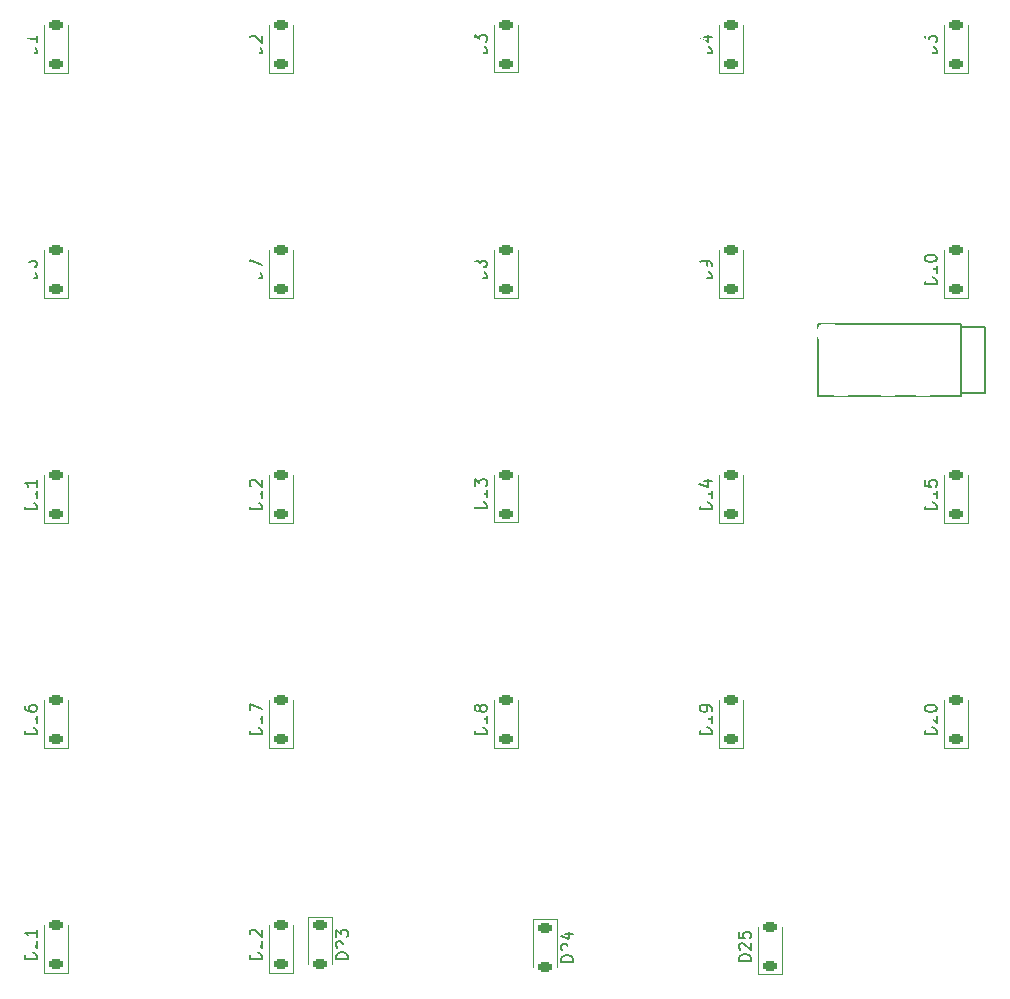
<source format=gto>
%TF.GenerationSoftware,KiCad,Pcbnew,(7.0.0)*%
%TF.CreationDate,2023-03-14T21:06:17+08:00*%
%TF.ProjectId,kai_split_left,6b61695f-7370-46c6-9974-5f6c6566742e,rev?*%
%TF.SameCoordinates,Original*%
%TF.FileFunction,Legend,Top*%
%TF.FilePolarity,Positive*%
%FSLAX46Y46*%
G04 Gerber Fmt 4.6, Leading zero omitted, Abs format (unit mm)*
G04 Created by KiCad (PCBNEW (7.0.0)) date 2023-03-14 21:06:17*
%MOMM*%
%LPD*%
G01*
G04 APERTURE LIST*
G04 Aperture macros list*
%AMRoundRect*
0 Rectangle with rounded corners*
0 $1 Rounding radius*
0 $2 $3 $4 $5 $6 $7 $8 $9 X,Y pos of 4 corners*
0 Add a 4 corners polygon primitive as box body*
4,1,4,$2,$3,$4,$5,$6,$7,$8,$9,$2,$3,0*
0 Add four circle primitives for the rounded corners*
1,1,$1+$1,$2,$3*
1,1,$1+$1,$4,$5*
1,1,$1+$1,$6,$7*
1,1,$1+$1,$8,$9*
0 Add four rect primitives between the rounded corners*
20,1,$1+$1,$2,$3,$4,$5,0*
20,1,$1+$1,$4,$5,$6,$7,0*
20,1,$1+$1,$6,$7,$8,$9,0*
20,1,$1+$1,$8,$9,$2,$3,0*%
G04 Aperture macros list end*
%ADD10C,0.150000*%
%ADD11C,0.120000*%
%ADD12C,1.750000*%
%ADD13C,3.987800*%
%ADD14RoundRect,0.225000X0.375000X-0.225000X0.375000X0.225000X-0.375000X0.225000X-0.375000X-0.225000X0*%
%ADD15C,0.800000*%
%ADD16O,2.000000X1.600000*%
%ADD17RoundRect,0.225000X-0.375000X0.225000X-0.375000X-0.225000X0.375000X-0.225000X0.375000X0.225000X0*%
%ADD18O,1.400000X0.800000*%
%ADD19O,0.650000X0.950000*%
%ADD20C,0.650000*%
G04 APERTURE END LIST*
D10*
%TO.C,D2*%
X56973630Y-32269344D02*
X55973630Y-32269344D01*
X55973630Y-32269344D02*
X55973630Y-32031249D01*
X55973630Y-32031249D02*
X56021250Y-31888392D01*
X56021250Y-31888392D02*
X56116488Y-31793154D01*
X56116488Y-31793154D02*
X56211726Y-31745535D01*
X56211726Y-31745535D02*
X56402202Y-31697916D01*
X56402202Y-31697916D02*
X56545059Y-31697916D01*
X56545059Y-31697916D02*
X56735535Y-31745535D01*
X56735535Y-31745535D02*
X56830773Y-31793154D01*
X56830773Y-31793154D02*
X56926011Y-31888392D01*
X56926011Y-31888392D02*
X56973630Y-32031249D01*
X56973630Y-32031249D02*
X56973630Y-32269344D01*
X56068869Y-31316963D02*
X56021250Y-31269344D01*
X56021250Y-31269344D02*
X55973630Y-31174106D01*
X55973630Y-31174106D02*
X55973630Y-30936011D01*
X55973630Y-30936011D02*
X56021250Y-30840773D01*
X56021250Y-30840773D02*
X56068869Y-30793154D01*
X56068869Y-30793154D02*
X56164107Y-30745535D01*
X56164107Y-30745535D02*
X56259345Y-30745535D01*
X56259345Y-30745535D02*
X56402202Y-30793154D01*
X56402202Y-30793154D02*
X56973630Y-31364582D01*
X56973630Y-31364582D02*
X56973630Y-30745535D01*
%TO.C,D12*%
X56973630Y-70845535D02*
X55973630Y-70845535D01*
X55973630Y-70845535D02*
X55973630Y-70607440D01*
X55973630Y-70607440D02*
X56021250Y-70464583D01*
X56021250Y-70464583D02*
X56116488Y-70369345D01*
X56116488Y-70369345D02*
X56211726Y-70321726D01*
X56211726Y-70321726D02*
X56402202Y-70274107D01*
X56402202Y-70274107D02*
X56545059Y-70274107D01*
X56545059Y-70274107D02*
X56735535Y-70321726D01*
X56735535Y-70321726D02*
X56830773Y-70369345D01*
X56830773Y-70369345D02*
X56926011Y-70464583D01*
X56926011Y-70464583D02*
X56973630Y-70607440D01*
X56973630Y-70607440D02*
X56973630Y-70845535D01*
X56973630Y-69321726D02*
X56973630Y-69893154D01*
X56973630Y-69607440D02*
X55973630Y-69607440D01*
X55973630Y-69607440D02*
X56116488Y-69702678D01*
X56116488Y-69702678D02*
X56211726Y-69797916D01*
X56211726Y-69797916D02*
X56259345Y-69893154D01*
X56068869Y-68940773D02*
X56021250Y-68893154D01*
X56021250Y-68893154D02*
X55973630Y-68797916D01*
X55973630Y-68797916D02*
X55973630Y-68559821D01*
X55973630Y-68559821D02*
X56021250Y-68464583D01*
X56021250Y-68464583D02*
X56068869Y-68416964D01*
X56068869Y-68416964D02*
X56164107Y-68369345D01*
X56164107Y-68369345D02*
X56259345Y-68369345D01*
X56259345Y-68369345D02*
X56402202Y-68416964D01*
X56402202Y-68416964D02*
X56973630Y-68988392D01*
X56973630Y-68988392D02*
X56973630Y-68369345D01*
%TO.C,D21*%
X37923630Y-108945535D02*
X36923630Y-108945535D01*
X36923630Y-108945535D02*
X36923630Y-108707440D01*
X36923630Y-108707440D02*
X36971250Y-108564583D01*
X36971250Y-108564583D02*
X37066488Y-108469345D01*
X37066488Y-108469345D02*
X37161726Y-108421726D01*
X37161726Y-108421726D02*
X37352202Y-108374107D01*
X37352202Y-108374107D02*
X37495059Y-108374107D01*
X37495059Y-108374107D02*
X37685535Y-108421726D01*
X37685535Y-108421726D02*
X37780773Y-108469345D01*
X37780773Y-108469345D02*
X37876011Y-108564583D01*
X37876011Y-108564583D02*
X37923630Y-108707440D01*
X37923630Y-108707440D02*
X37923630Y-108945535D01*
X37018869Y-107993154D02*
X36971250Y-107945535D01*
X36971250Y-107945535D02*
X36923630Y-107850297D01*
X36923630Y-107850297D02*
X36923630Y-107612202D01*
X36923630Y-107612202D02*
X36971250Y-107516964D01*
X36971250Y-107516964D02*
X37018869Y-107469345D01*
X37018869Y-107469345D02*
X37114107Y-107421726D01*
X37114107Y-107421726D02*
X37209345Y-107421726D01*
X37209345Y-107421726D02*
X37352202Y-107469345D01*
X37352202Y-107469345D02*
X37923630Y-108040773D01*
X37923630Y-108040773D02*
X37923630Y-107421726D01*
X37923630Y-106469345D02*
X37923630Y-107040773D01*
X37923630Y-106755059D02*
X36923630Y-106755059D01*
X36923630Y-106755059D02*
X37066488Y-106850297D01*
X37066488Y-106850297D02*
X37161726Y-106945535D01*
X37161726Y-106945535D02*
X37209345Y-107040773D01*
%TO.C,D25*%
X98379880Y-109101785D02*
X97379880Y-109101785D01*
X97379880Y-109101785D02*
X97379880Y-108863690D01*
X97379880Y-108863690D02*
X97427500Y-108720833D01*
X97427500Y-108720833D02*
X97522738Y-108625595D01*
X97522738Y-108625595D02*
X97617976Y-108577976D01*
X97617976Y-108577976D02*
X97808452Y-108530357D01*
X97808452Y-108530357D02*
X97951309Y-108530357D01*
X97951309Y-108530357D02*
X98141785Y-108577976D01*
X98141785Y-108577976D02*
X98237023Y-108625595D01*
X98237023Y-108625595D02*
X98332261Y-108720833D01*
X98332261Y-108720833D02*
X98379880Y-108863690D01*
X98379880Y-108863690D02*
X98379880Y-109101785D01*
X97475119Y-108149404D02*
X97427500Y-108101785D01*
X97427500Y-108101785D02*
X97379880Y-108006547D01*
X97379880Y-108006547D02*
X97379880Y-107768452D01*
X97379880Y-107768452D02*
X97427500Y-107673214D01*
X97427500Y-107673214D02*
X97475119Y-107625595D01*
X97475119Y-107625595D02*
X97570357Y-107577976D01*
X97570357Y-107577976D02*
X97665595Y-107577976D01*
X97665595Y-107577976D02*
X97808452Y-107625595D01*
X97808452Y-107625595D02*
X98379880Y-108197023D01*
X98379880Y-108197023D02*
X98379880Y-107577976D01*
X97379880Y-106673214D02*
X97379880Y-107149404D01*
X97379880Y-107149404D02*
X97856071Y-107197023D01*
X97856071Y-107197023D02*
X97808452Y-107149404D01*
X97808452Y-107149404D02*
X97760833Y-107054166D01*
X97760833Y-107054166D02*
X97760833Y-106816071D01*
X97760833Y-106816071D02*
X97808452Y-106720833D01*
X97808452Y-106720833D02*
X97856071Y-106673214D01*
X97856071Y-106673214D02*
X97951309Y-106625595D01*
X97951309Y-106625595D02*
X98189404Y-106625595D01*
X98189404Y-106625595D02*
X98284642Y-106673214D01*
X98284642Y-106673214D02*
X98332261Y-106720833D01*
X98332261Y-106720833D02*
X98379880Y-106816071D01*
X98379880Y-106816071D02*
X98379880Y-107054166D01*
X98379880Y-107054166D02*
X98332261Y-107149404D01*
X98332261Y-107149404D02*
X98284642Y-107197023D01*
%TO.C,D5*%
X114123630Y-32269344D02*
X113123630Y-32269344D01*
X113123630Y-32269344D02*
X113123630Y-32031249D01*
X113123630Y-32031249D02*
X113171250Y-31888392D01*
X113171250Y-31888392D02*
X113266488Y-31793154D01*
X113266488Y-31793154D02*
X113361726Y-31745535D01*
X113361726Y-31745535D02*
X113552202Y-31697916D01*
X113552202Y-31697916D02*
X113695059Y-31697916D01*
X113695059Y-31697916D02*
X113885535Y-31745535D01*
X113885535Y-31745535D02*
X113980773Y-31793154D01*
X113980773Y-31793154D02*
X114076011Y-31888392D01*
X114076011Y-31888392D02*
X114123630Y-32031249D01*
X114123630Y-32031249D02*
X114123630Y-32269344D01*
X113123630Y-30793154D02*
X113123630Y-31269344D01*
X113123630Y-31269344D02*
X113599821Y-31316963D01*
X113599821Y-31316963D02*
X113552202Y-31269344D01*
X113552202Y-31269344D02*
X113504583Y-31174106D01*
X113504583Y-31174106D02*
X113504583Y-30936011D01*
X113504583Y-30936011D02*
X113552202Y-30840773D01*
X113552202Y-30840773D02*
X113599821Y-30793154D01*
X113599821Y-30793154D02*
X113695059Y-30745535D01*
X113695059Y-30745535D02*
X113933154Y-30745535D01*
X113933154Y-30745535D02*
X114028392Y-30793154D01*
X114028392Y-30793154D02*
X114076011Y-30840773D01*
X114076011Y-30840773D02*
X114123630Y-30936011D01*
X114123630Y-30936011D02*
X114123630Y-31174106D01*
X114123630Y-31174106D02*
X114076011Y-31269344D01*
X114076011Y-31269344D02*
X114028392Y-31316963D01*
%TO.C,D9*%
X95073630Y-51319344D02*
X94073630Y-51319344D01*
X94073630Y-51319344D02*
X94073630Y-51081249D01*
X94073630Y-51081249D02*
X94121250Y-50938392D01*
X94121250Y-50938392D02*
X94216488Y-50843154D01*
X94216488Y-50843154D02*
X94311726Y-50795535D01*
X94311726Y-50795535D02*
X94502202Y-50747916D01*
X94502202Y-50747916D02*
X94645059Y-50747916D01*
X94645059Y-50747916D02*
X94835535Y-50795535D01*
X94835535Y-50795535D02*
X94930773Y-50843154D01*
X94930773Y-50843154D02*
X95026011Y-50938392D01*
X95026011Y-50938392D02*
X95073630Y-51081249D01*
X95073630Y-51081249D02*
X95073630Y-51319344D01*
X95073630Y-50271725D02*
X95073630Y-50081249D01*
X95073630Y-50081249D02*
X95026011Y-49986011D01*
X95026011Y-49986011D02*
X94978392Y-49938392D01*
X94978392Y-49938392D02*
X94835535Y-49843154D01*
X94835535Y-49843154D02*
X94645059Y-49795535D01*
X94645059Y-49795535D02*
X94264107Y-49795535D01*
X94264107Y-49795535D02*
X94168869Y-49843154D01*
X94168869Y-49843154D02*
X94121250Y-49890773D01*
X94121250Y-49890773D02*
X94073630Y-49986011D01*
X94073630Y-49986011D02*
X94073630Y-50176487D01*
X94073630Y-50176487D02*
X94121250Y-50271725D01*
X94121250Y-50271725D02*
X94168869Y-50319344D01*
X94168869Y-50319344D02*
X94264107Y-50366963D01*
X94264107Y-50366963D02*
X94502202Y-50366963D01*
X94502202Y-50366963D02*
X94597440Y-50319344D01*
X94597440Y-50319344D02*
X94645059Y-50271725D01*
X94645059Y-50271725D02*
X94692678Y-50176487D01*
X94692678Y-50176487D02*
X94692678Y-49986011D01*
X94692678Y-49986011D02*
X94645059Y-49890773D01*
X94645059Y-49890773D02*
X94597440Y-49843154D01*
X94597440Y-49843154D02*
X94502202Y-49795535D01*
%TO.C,D7*%
X56973630Y-51319344D02*
X55973630Y-51319344D01*
X55973630Y-51319344D02*
X55973630Y-51081249D01*
X55973630Y-51081249D02*
X56021250Y-50938392D01*
X56021250Y-50938392D02*
X56116488Y-50843154D01*
X56116488Y-50843154D02*
X56211726Y-50795535D01*
X56211726Y-50795535D02*
X56402202Y-50747916D01*
X56402202Y-50747916D02*
X56545059Y-50747916D01*
X56545059Y-50747916D02*
X56735535Y-50795535D01*
X56735535Y-50795535D02*
X56830773Y-50843154D01*
X56830773Y-50843154D02*
X56926011Y-50938392D01*
X56926011Y-50938392D02*
X56973630Y-51081249D01*
X56973630Y-51081249D02*
X56973630Y-51319344D01*
X55973630Y-50414582D02*
X55973630Y-49747916D01*
X55973630Y-49747916D02*
X56973630Y-50176487D01*
%TO.C,D23*%
X64279880Y-108945535D02*
X63279880Y-108945535D01*
X63279880Y-108945535D02*
X63279880Y-108707440D01*
X63279880Y-108707440D02*
X63327500Y-108564583D01*
X63327500Y-108564583D02*
X63422738Y-108469345D01*
X63422738Y-108469345D02*
X63517976Y-108421726D01*
X63517976Y-108421726D02*
X63708452Y-108374107D01*
X63708452Y-108374107D02*
X63851309Y-108374107D01*
X63851309Y-108374107D02*
X64041785Y-108421726D01*
X64041785Y-108421726D02*
X64137023Y-108469345D01*
X64137023Y-108469345D02*
X64232261Y-108564583D01*
X64232261Y-108564583D02*
X64279880Y-108707440D01*
X64279880Y-108707440D02*
X64279880Y-108945535D01*
X63375119Y-107993154D02*
X63327500Y-107945535D01*
X63327500Y-107945535D02*
X63279880Y-107850297D01*
X63279880Y-107850297D02*
X63279880Y-107612202D01*
X63279880Y-107612202D02*
X63327500Y-107516964D01*
X63327500Y-107516964D02*
X63375119Y-107469345D01*
X63375119Y-107469345D02*
X63470357Y-107421726D01*
X63470357Y-107421726D02*
X63565595Y-107421726D01*
X63565595Y-107421726D02*
X63708452Y-107469345D01*
X63708452Y-107469345D02*
X64279880Y-108040773D01*
X64279880Y-108040773D02*
X64279880Y-107421726D01*
X63279880Y-107088392D02*
X63279880Y-106469345D01*
X63279880Y-106469345D02*
X63660833Y-106802678D01*
X63660833Y-106802678D02*
X63660833Y-106659821D01*
X63660833Y-106659821D02*
X63708452Y-106564583D01*
X63708452Y-106564583D02*
X63756071Y-106516964D01*
X63756071Y-106516964D02*
X63851309Y-106469345D01*
X63851309Y-106469345D02*
X64089404Y-106469345D01*
X64089404Y-106469345D02*
X64184642Y-106516964D01*
X64184642Y-106516964D02*
X64232261Y-106564583D01*
X64232261Y-106564583D02*
X64279880Y-106659821D01*
X64279880Y-106659821D02*
X64279880Y-106945535D01*
X64279880Y-106945535D02*
X64232261Y-107040773D01*
X64232261Y-107040773D02*
X64184642Y-107088392D01*
%TO.C,D6*%
X37923630Y-51319344D02*
X36923630Y-51319344D01*
X36923630Y-51319344D02*
X36923630Y-51081249D01*
X36923630Y-51081249D02*
X36971250Y-50938392D01*
X36971250Y-50938392D02*
X37066488Y-50843154D01*
X37066488Y-50843154D02*
X37161726Y-50795535D01*
X37161726Y-50795535D02*
X37352202Y-50747916D01*
X37352202Y-50747916D02*
X37495059Y-50747916D01*
X37495059Y-50747916D02*
X37685535Y-50795535D01*
X37685535Y-50795535D02*
X37780773Y-50843154D01*
X37780773Y-50843154D02*
X37876011Y-50938392D01*
X37876011Y-50938392D02*
X37923630Y-51081249D01*
X37923630Y-51081249D02*
X37923630Y-51319344D01*
X36923630Y-49890773D02*
X36923630Y-50081249D01*
X36923630Y-50081249D02*
X36971250Y-50176487D01*
X36971250Y-50176487D02*
X37018869Y-50224106D01*
X37018869Y-50224106D02*
X37161726Y-50319344D01*
X37161726Y-50319344D02*
X37352202Y-50366963D01*
X37352202Y-50366963D02*
X37733154Y-50366963D01*
X37733154Y-50366963D02*
X37828392Y-50319344D01*
X37828392Y-50319344D02*
X37876011Y-50271725D01*
X37876011Y-50271725D02*
X37923630Y-50176487D01*
X37923630Y-50176487D02*
X37923630Y-49986011D01*
X37923630Y-49986011D02*
X37876011Y-49890773D01*
X37876011Y-49890773D02*
X37828392Y-49843154D01*
X37828392Y-49843154D02*
X37733154Y-49795535D01*
X37733154Y-49795535D02*
X37495059Y-49795535D01*
X37495059Y-49795535D02*
X37399821Y-49843154D01*
X37399821Y-49843154D02*
X37352202Y-49890773D01*
X37352202Y-49890773D02*
X37304583Y-49986011D01*
X37304583Y-49986011D02*
X37304583Y-50176487D01*
X37304583Y-50176487D02*
X37352202Y-50271725D01*
X37352202Y-50271725D02*
X37399821Y-50319344D01*
X37399821Y-50319344D02*
X37495059Y-50366963D01*
%TO.C,D13*%
X76023630Y-70783035D02*
X75023630Y-70783035D01*
X75023630Y-70783035D02*
X75023630Y-70544940D01*
X75023630Y-70544940D02*
X75071250Y-70402083D01*
X75071250Y-70402083D02*
X75166488Y-70306845D01*
X75166488Y-70306845D02*
X75261726Y-70259226D01*
X75261726Y-70259226D02*
X75452202Y-70211607D01*
X75452202Y-70211607D02*
X75595059Y-70211607D01*
X75595059Y-70211607D02*
X75785535Y-70259226D01*
X75785535Y-70259226D02*
X75880773Y-70306845D01*
X75880773Y-70306845D02*
X75976011Y-70402083D01*
X75976011Y-70402083D02*
X76023630Y-70544940D01*
X76023630Y-70544940D02*
X76023630Y-70783035D01*
X76023630Y-69259226D02*
X76023630Y-69830654D01*
X76023630Y-69544940D02*
X75023630Y-69544940D01*
X75023630Y-69544940D02*
X75166488Y-69640178D01*
X75166488Y-69640178D02*
X75261726Y-69735416D01*
X75261726Y-69735416D02*
X75309345Y-69830654D01*
X75023630Y-68925892D02*
X75023630Y-68306845D01*
X75023630Y-68306845D02*
X75404583Y-68640178D01*
X75404583Y-68640178D02*
X75404583Y-68497321D01*
X75404583Y-68497321D02*
X75452202Y-68402083D01*
X75452202Y-68402083D02*
X75499821Y-68354464D01*
X75499821Y-68354464D02*
X75595059Y-68306845D01*
X75595059Y-68306845D02*
X75833154Y-68306845D01*
X75833154Y-68306845D02*
X75928392Y-68354464D01*
X75928392Y-68354464D02*
X75976011Y-68402083D01*
X75976011Y-68402083D02*
X76023630Y-68497321D01*
X76023630Y-68497321D02*
X76023630Y-68783035D01*
X76023630Y-68783035D02*
X75976011Y-68878273D01*
X75976011Y-68878273D02*
X75928392Y-68925892D01*
%TO.C,D3*%
X76023630Y-32206844D02*
X75023630Y-32206844D01*
X75023630Y-32206844D02*
X75023630Y-31968749D01*
X75023630Y-31968749D02*
X75071250Y-31825892D01*
X75071250Y-31825892D02*
X75166488Y-31730654D01*
X75166488Y-31730654D02*
X75261726Y-31683035D01*
X75261726Y-31683035D02*
X75452202Y-31635416D01*
X75452202Y-31635416D02*
X75595059Y-31635416D01*
X75595059Y-31635416D02*
X75785535Y-31683035D01*
X75785535Y-31683035D02*
X75880773Y-31730654D01*
X75880773Y-31730654D02*
X75976011Y-31825892D01*
X75976011Y-31825892D02*
X76023630Y-31968749D01*
X76023630Y-31968749D02*
X76023630Y-32206844D01*
X75023630Y-31302082D02*
X75023630Y-30683035D01*
X75023630Y-30683035D02*
X75404583Y-31016368D01*
X75404583Y-31016368D02*
X75404583Y-30873511D01*
X75404583Y-30873511D02*
X75452202Y-30778273D01*
X75452202Y-30778273D02*
X75499821Y-30730654D01*
X75499821Y-30730654D02*
X75595059Y-30683035D01*
X75595059Y-30683035D02*
X75833154Y-30683035D01*
X75833154Y-30683035D02*
X75928392Y-30730654D01*
X75928392Y-30730654D02*
X75976011Y-30778273D01*
X75976011Y-30778273D02*
X76023630Y-30873511D01*
X76023630Y-30873511D02*
X76023630Y-31159225D01*
X76023630Y-31159225D02*
X75976011Y-31254463D01*
X75976011Y-31254463D02*
X75928392Y-31302082D01*
%TO.C,D4*%
X95073630Y-32269344D02*
X94073630Y-32269344D01*
X94073630Y-32269344D02*
X94073630Y-32031249D01*
X94073630Y-32031249D02*
X94121250Y-31888392D01*
X94121250Y-31888392D02*
X94216488Y-31793154D01*
X94216488Y-31793154D02*
X94311726Y-31745535D01*
X94311726Y-31745535D02*
X94502202Y-31697916D01*
X94502202Y-31697916D02*
X94645059Y-31697916D01*
X94645059Y-31697916D02*
X94835535Y-31745535D01*
X94835535Y-31745535D02*
X94930773Y-31793154D01*
X94930773Y-31793154D02*
X95026011Y-31888392D01*
X95026011Y-31888392D02*
X95073630Y-32031249D01*
X95073630Y-32031249D02*
X95073630Y-32269344D01*
X94406964Y-30840773D02*
X95073630Y-30840773D01*
X94026011Y-31078868D02*
X94740297Y-31316963D01*
X94740297Y-31316963D02*
X94740297Y-30697916D01*
%TO.C,D17*%
X56973630Y-89895535D02*
X55973630Y-89895535D01*
X55973630Y-89895535D02*
X55973630Y-89657440D01*
X55973630Y-89657440D02*
X56021250Y-89514583D01*
X56021250Y-89514583D02*
X56116488Y-89419345D01*
X56116488Y-89419345D02*
X56211726Y-89371726D01*
X56211726Y-89371726D02*
X56402202Y-89324107D01*
X56402202Y-89324107D02*
X56545059Y-89324107D01*
X56545059Y-89324107D02*
X56735535Y-89371726D01*
X56735535Y-89371726D02*
X56830773Y-89419345D01*
X56830773Y-89419345D02*
X56926011Y-89514583D01*
X56926011Y-89514583D02*
X56973630Y-89657440D01*
X56973630Y-89657440D02*
X56973630Y-89895535D01*
X56973630Y-88371726D02*
X56973630Y-88943154D01*
X56973630Y-88657440D02*
X55973630Y-88657440D01*
X55973630Y-88657440D02*
X56116488Y-88752678D01*
X56116488Y-88752678D02*
X56211726Y-88847916D01*
X56211726Y-88847916D02*
X56259345Y-88943154D01*
X55973630Y-88038392D02*
X55973630Y-87371726D01*
X55973630Y-87371726D02*
X56973630Y-87800297D01*
%TO.C,D15*%
X114123630Y-70845535D02*
X113123630Y-70845535D01*
X113123630Y-70845535D02*
X113123630Y-70607440D01*
X113123630Y-70607440D02*
X113171250Y-70464583D01*
X113171250Y-70464583D02*
X113266488Y-70369345D01*
X113266488Y-70369345D02*
X113361726Y-70321726D01*
X113361726Y-70321726D02*
X113552202Y-70274107D01*
X113552202Y-70274107D02*
X113695059Y-70274107D01*
X113695059Y-70274107D02*
X113885535Y-70321726D01*
X113885535Y-70321726D02*
X113980773Y-70369345D01*
X113980773Y-70369345D02*
X114076011Y-70464583D01*
X114076011Y-70464583D02*
X114123630Y-70607440D01*
X114123630Y-70607440D02*
X114123630Y-70845535D01*
X114123630Y-69321726D02*
X114123630Y-69893154D01*
X114123630Y-69607440D02*
X113123630Y-69607440D01*
X113123630Y-69607440D02*
X113266488Y-69702678D01*
X113266488Y-69702678D02*
X113361726Y-69797916D01*
X113361726Y-69797916D02*
X113409345Y-69893154D01*
X113123630Y-68416964D02*
X113123630Y-68893154D01*
X113123630Y-68893154D02*
X113599821Y-68940773D01*
X113599821Y-68940773D02*
X113552202Y-68893154D01*
X113552202Y-68893154D02*
X113504583Y-68797916D01*
X113504583Y-68797916D02*
X113504583Y-68559821D01*
X113504583Y-68559821D02*
X113552202Y-68464583D01*
X113552202Y-68464583D02*
X113599821Y-68416964D01*
X113599821Y-68416964D02*
X113695059Y-68369345D01*
X113695059Y-68369345D02*
X113933154Y-68369345D01*
X113933154Y-68369345D02*
X114028392Y-68416964D01*
X114028392Y-68416964D02*
X114076011Y-68464583D01*
X114076011Y-68464583D02*
X114123630Y-68559821D01*
X114123630Y-68559821D02*
X114123630Y-68797916D01*
X114123630Y-68797916D02*
X114076011Y-68893154D01*
X114076011Y-68893154D02*
X114028392Y-68940773D01*
%TO.C,D19*%
X95073630Y-89895535D02*
X94073630Y-89895535D01*
X94073630Y-89895535D02*
X94073630Y-89657440D01*
X94073630Y-89657440D02*
X94121250Y-89514583D01*
X94121250Y-89514583D02*
X94216488Y-89419345D01*
X94216488Y-89419345D02*
X94311726Y-89371726D01*
X94311726Y-89371726D02*
X94502202Y-89324107D01*
X94502202Y-89324107D02*
X94645059Y-89324107D01*
X94645059Y-89324107D02*
X94835535Y-89371726D01*
X94835535Y-89371726D02*
X94930773Y-89419345D01*
X94930773Y-89419345D02*
X95026011Y-89514583D01*
X95026011Y-89514583D02*
X95073630Y-89657440D01*
X95073630Y-89657440D02*
X95073630Y-89895535D01*
X95073630Y-88371726D02*
X95073630Y-88943154D01*
X95073630Y-88657440D02*
X94073630Y-88657440D01*
X94073630Y-88657440D02*
X94216488Y-88752678D01*
X94216488Y-88752678D02*
X94311726Y-88847916D01*
X94311726Y-88847916D02*
X94359345Y-88943154D01*
X95073630Y-87895535D02*
X95073630Y-87705059D01*
X95073630Y-87705059D02*
X95026011Y-87609821D01*
X95026011Y-87609821D02*
X94978392Y-87562202D01*
X94978392Y-87562202D02*
X94835535Y-87466964D01*
X94835535Y-87466964D02*
X94645059Y-87419345D01*
X94645059Y-87419345D02*
X94264107Y-87419345D01*
X94264107Y-87419345D02*
X94168869Y-87466964D01*
X94168869Y-87466964D02*
X94121250Y-87514583D01*
X94121250Y-87514583D02*
X94073630Y-87609821D01*
X94073630Y-87609821D02*
X94073630Y-87800297D01*
X94073630Y-87800297D02*
X94121250Y-87895535D01*
X94121250Y-87895535D02*
X94168869Y-87943154D01*
X94168869Y-87943154D02*
X94264107Y-87990773D01*
X94264107Y-87990773D02*
X94502202Y-87990773D01*
X94502202Y-87990773D02*
X94597440Y-87943154D01*
X94597440Y-87943154D02*
X94645059Y-87895535D01*
X94645059Y-87895535D02*
X94692678Y-87800297D01*
X94692678Y-87800297D02*
X94692678Y-87609821D01*
X94692678Y-87609821D02*
X94645059Y-87514583D01*
X94645059Y-87514583D02*
X94597440Y-87466964D01*
X94597440Y-87466964D02*
X94502202Y-87419345D01*
%TO.C,D1*%
X37923630Y-32269344D02*
X36923630Y-32269344D01*
X36923630Y-32269344D02*
X36923630Y-32031249D01*
X36923630Y-32031249D02*
X36971250Y-31888392D01*
X36971250Y-31888392D02*
X37066488Y-31793154D01*
X37066488Y-31793154D02*
X37161726Y-31745535D01*
X37161726Y-31745535D02*
X37352202Y-31697916D01*
X37352202Y-31697916D02*
X37495059Y-31697916D01*
X37495059Y-31697916D02*
X37685535Y-31745535D01*
X37685535Y-31745535D02*
X37780773Y-31793154D01*
X37780773Y-31793154D02*
X37876011Y-31888392D01*
X37876011Y-31888392D02*
X37923630Y-32031249D01*
X37923630Y-32031249D02*
X37923630Y-32269344D01*
X37923630Y-30745535D02*
X37923630Y-31316963D01*
X37923630Y-31031249D02*
X36923630Y-31031249D01*
X36923630Y-31031249D02*
X37066488Y-31126487D01*
X37066488Y-31126487D02*
X37161726Y-31221725D01*
X37161726Y-31221725D02*
X37209345Y-31316963D01*
%TO.C,D11*%
X37923630Y-70845535D02*
X36923630Y-70845535D01*
X36923630Y-70845535D02*
X36923630Y-70607440D01*
X36923630Y-70607440D02*
X36971250Y-70464583D01*
X36971250Y-70464583D02*
X37066488Y-70369345D01*
X37066488Y-70369345D02*
X37161726Y-70321726D01*
X37161726Y-70321726D02*
X37352202Y-70274107D01*
X37352202Y-70274107D02*
X37495059Y-70274107D01*
X37495059Y-70274107D02*
X37685535Y-70321726D01*
X37685535Y-70321726D02*
X37780773Y-70369345D01*
X37780773Y-70369345D02*
X37876011Y-70464583D01*
X37876011Y-70464583D02*
X37923630Y-70607440D01*
X37923630Y-70607440D02*
X37923630Y-70845535D01*
X37923630Y-69321726D02*
X37923630Y-69893154D01*
X37923630Y-69607440D02*
X36923630Y-69607440D01*
X36923630Y-69607440D02*
X37066488Y-69702678D01*
X37066488Y-69702678D02*
X37161726Y-69797916D01*
X37161726Y-69797916D02*
X37209345Y-69893154D01*
X37923630Y-68369345D02*
X37923630Y-68940773D01*
X37923630Y-68655059D02*
X36923630Y-68655059D01*
X36923630Y-68655059D02*
X37066488Y-68750297D01*
X37066488Y-68750297D02*
X37161726Y-68845535D01*
X37161726Y-68845535D02*
X37209345Y-68940773D01*
%TO.C,D14*%
X95073630Y-70845535D02*
X94073630Y-70845535D01*
X94073630Y-70845535D02*
X94073630Y-70607440D01*
X94073630Y-70607440D02*
X94121250Y-70464583D01*
X94121250Y-70464583D02*
X94216488Y-70369345D01*
X94216488Y-70369345D02*
X94311726Y-70321726D01*
X94311726Y-70321726D02*
X94502202Y-70274107D01*
X94502202Y-70274107D02*
X94645059Y-70274107D01*
X94645059Y-70274107D02*
X94835535Y-70321726D01*
X94835535Y-70321726D02*
X94930773Y-70369345D01*
X94930773Y-70369345D02*
X95026011Y-70464583D01*
X95026011Y-70464583D02*
X95073630Y-70607440D01*
X95073630Y-70607440D02*
X95073630Y-70845535D01*
X95073630Y-69321726D02*
X95073630Y-69893154D01*
X95073630Y-69607440D02*
X94073630Y-69607440D01*
X94073630Y-69607440D02*
X94216488Y-69702678D01*
X94216488Y-69702678D02*
X94311726Y-69797916D01*
X94311726Y-69797916D02*
X94359345Y-69893154D01*
X94406964Y-68464583D02*
X95073630Y-68464583D01*
X94026011Y-68702678D02*
X94740297Y-68940773D01*
X94740297Y-68940773D02*
X94740297Y-68321726D01*
%TO.C,D16*%
X37923630Y-89895535D02*
X36923630Y-89895535D01*
X36923630Y-89895535D02*
X36923630Y-89657440D01*
X36923630Y-89657440D02*
X36971250Y-89514583D01*
X36971250Y-89514583D02*
X37066488Y-89419345D01*
X37066488Y-89419345D02*
X37161726Y-89371726D01*
X37161726Y-89371726D02*
X37352202Y-89324107D01*
X37352202Y-89324107D02*
X37495059Y-89324107D01*
X37495059Y-89324107D02*
X37685535Y-89371726D01*
X37685535Y-89371726D02*
X37780773Y-89419345D01*
X37780773Y-89419345D02*
X37876011Y-89514583D01*
X37876011Y-89514583D02*
X37923630Y-89657440D01*
X37923630Y-89657440D02*
X37923630Y-89895535D01*
X37923630Y-88371726D02*
X37923630Y-88943154D01*
X37923630Y-88657440D02*
X36923630Y-88657440D01*
X36923630Y-88657440D02*
X37066488Y-88752678D01*
X37066488Y-88752678D02*
X37161726Y-88847916D01*
X37161726Y-88847916D02*
X37209345Y-88943154D01*
X36923630Y-87514583D02*
X36923630Y-87705059D01*
X36923630Y-87705059D02*
X36971250Y-87800297D01*
X36971250Y-87800297D02*
X37018869Y-87847916D01*
X37018869Y-87847916D02*
X37161726Y-87943154D01*
X37161726Y-87943154D02*
X37352202Y-87990773D01*
X37352202Y-87990773D02*
X37733154Y-87990773D01*
X37733154Y-87990773D02*
X37828392Y-87943154D01*
X37828392Y-87943154D02*
X37876011Y-87895535D01*
X37876011Y-87895535D02*
X37923630Y-87800297D01*
X37923630Y-87800297D02*
X37923630Y-87609821D01*
X37923630Y-87609821D02*
X37876011Y-87514583D01*
X37876011Y-87514583D02*
X37828392Y-87466964D01*
X37828392Y-87466964D02*
X37733154Y-87419345D01*
X37733154Y-87419345D02*
X37495059Y-87419345D01*
X37495059Y-87419345D02*
X37399821Y-87466964D01*
X37399821Y-87466964D02*
X37352202Y-87514583D01*
X37352202Y-87514583D02*
X37304583Y-87609821D01*
X37304583Y-87609821D02*
X37304583Y-87800297D01*
X37304583Y-87800297D02*
X37352202Y-87895535D01*
X37352202Y-87895535D02*
X37399821Y-87943154D01*
X37399821Y-87943154D02*
X37495059Y-87990773D01*
%TO.C,D22*%
X56973630Y-108945535D02*
X55973630Y-108945535D01*
X55973630Y-108945535D02*
X55973630Y-108707440D01*
X55973630Y-108707440D02*
X56021250Y-108564583D01*
X56021250Y-108564583D02*
X56116488Y-108469345D01*
X56116488Y-108469345D02*
X56211726Y-108421726D01*
X56211726Y-108421726D02*
X56402202Y-108374107D01*
X56402202Y-108374107D02*
X56545059Y-108374107D01*
X56545059Y-108374107D02*
X56735535Y-108421726D01*
X56735535Y-108421726D02*
X56830773Y-108469345D01*
X56830773Y-108469345D02*
X56926011Y-108564583D01*
X56926011Y-108564583D02*
X56973630Y-108707440D01*
X56973630Y-108707440D02*
X56973630Y-108945535D01*
X56068869Y-107993154D02*
X56021250Y-107945535D01*
X56021250Y-107945535D02*
X55973630Y-107850297D01*
X55973630Y-107850297D02*
X55973630Y-107612202D01*
X55973630Y-107612202D02*
X56021250Y-107516964D01*
X56021250Y-107516964D02*
X56068869Y-107469345D01*
X56068869Y-107469345D02*
X56164107Y-107421726D01*
X56164107Y-107421726D02*
X56259345Y-107421726D01*
X56259345Y-107421726D02*
X56402202Y-107469345D01*
X56402202Y-107469345D02*
X56973630Y-108040773D01*
X56973630Y-108040773D02*
X56973630Y-107421726D01*
X56068869Y-107040773D02*
X56021250Y-106993154D01*
X56021250Y-106993154D02*
X55973630Y-106897916D01*
X55973630Y-106897916D02*
X55973630Y-106659821D01*
X55973630Y-106659821D02*
X56021250Y-106564583D01*
X56021250Y-106564583D02*
X56068869Y-106516964D01*
X56068869Y-106516964D02*
X56164107Y-106469345D01*
X56164107Y-106469345D02*
X56259345Y-106469345D01*
X56259345Y-106469345D02*
X56402202Y-106516964D01*
X56402202Y-106516964D02*
X56973630Y-107088392D01*
X56973630Y-107088392D02*
X56973630Y-106469345D01*
%TO.C,D10*%
X114123630Y-51795535D02*
X113123630Y-51795535D01*
X113123630Y-51795535D02*
X113123630Y-51557440D01*
X113123630Y-51557440D02*
X113171250Y-51414583D01*
X113171250Y-51414583D02*
X113266488Y-51319345D01*
X113266488Y-51319345D02*
X113361726Y-51271726D01*
X113361726Y-51271726D02*
X113552202Y-51224107D01*
X113552202Y-51224107D02*
X113695059Y-51224107D01*
X113695059Y-51224107D02*
X113885535Y-51271726D01*
X113885535Y-51271726D02*
X113980773Y-51319345D01*
X113980773Y-51319345D02*
X114076011Y-51414583D01*
X114076011Y-51414583D02*
X114123630Y-51557440D01*
X114123630Y-51557440D02*
X114123630Y-51795535D01*
X114123630Y-50271726D02*
X114123630Y-50843154D01*
X114123630Y-50557440D02*
X113123630Y-50557440D01*
X113123630Y-50557440D02*
X113266488Y-50652678D01*
X113266488Y-50652678D02*
X113361726Y-50747916D01*
X113361726Y-50747916D02*
X113409345Y-50843154D01*
X113123630Y-49652678D02*
X113123630Y-49557440D01*
X113123630Y-49557440D02*
X113171250Y-49462202D01*
X113171250Y-49462202D02*
X113218869Y-49414583D01*
X113218869Y-49414583D02*
X113314107Y-49366964D01*
X113314107Y-49366964D02*
X113504583Y-49319345D01*
X113504583Y-49319345D02*
X113742678Y-49319345D01*
X113742678Y-49319345D02*
X113933154Y-49366964D01*
X113933154Y-49366964D02*
X114028392Y-49414583D01*
X114028392Y-49414583D02*
X114076011Y-49462202D01*
X114076011Y-49462202D02*
X114123630Y-49557440D01*
X114123630Y-49557440D02*
X114123630Y-49652678D01*
X114123630Y-49652678D02*
X114076011Y-49747916D01*
X114076011Y-49747916D02*
X114028392Y-49795535D01*
X114028392Y-49795535D02*
X113933154Y-49843154D01*
X113933154Y-49843154D02*
X113742678Y-49890773D01*
X113742678Y-49890773D02*
X113504583Y-49890773D01*
X113504583Y-49890773D02*
X113314107Y-49843154D01*
X113314107Y-49843154D02*
X113218869Y-49795535D01*
X113218869Y-49795535D02*
X113171250Y-49747916D01*
X113171250Y-49747916D02*
X113123630Y-49652678D01*
%TO.C,D24*%
X83329880Y-109164285D02*
X82329880Y-109164285D01*
X82329880Y-109164285D02*
X82329880Y-108926190D01*
X82329880Y-108926190D02*
X82377500Y-108783333D01*
X82377500Y-108783333D02*
X82472738Y-108688095D01*
X82472738Y-108688095D02*
X82567976Y-108640476D01*
X82567976Y-108640476D02*
X82758452Y-108592857D01*
X82758452Y-108592857D02*
X82901309Y-108592857D01*
X82901309Y-108592857D02*
X83091785Y-108640476D01*
X83091785Y-108640476D02*
X83187023Y-108688095D01*
X83187023Y-108688095D02*
X83282261Y-108783333D01*
X83282261Y-108783333D02*
X83329880Y-108926190D01*
X83329880Y-108926190D02*
X83329880Y-109164285D01*
X82425119Y-108211904D02*
X82377500Y-108164285D01*
X82377500Y-108164285D02*
X82329880Y-108069047D01*
X82329880Y-108069047D02*
X82329880Y-107830952D01*
X82329880Y-107830952D02*
X82377500Y-107735714D01*
X82377500Y-107735714D02*
X82425119Y-107688095D01*
X82425119Y-107688095D02*
X82520357Y-107640476D01*
X82520357Y-107640476D02*
X82615595Y-107640476D01*
X82615595Y-107640476D02*
X82758452Y-107688095D01*
X82758452Y-107688095D02*
X83329880Y-108259523D01*
X83329880Y-108259523D02*
X83329880Y-107640476D01*
X82663214Y-106783333D02*
X83329880Y-106783333D01*
X82282261Y-107021428D02*
X82996547Y-107259523D01*
X82996547Y-107259523D02*
X82996547Y-106640476D01*
%TO.C,D8*%
X76023630Y-51319344D02*
X75023630Y-51319344D01*
X75023630Y-51319344D02*
X75023630Y-51081249D01*
X75023630Y-51081249D02*
X75071250Y-50938392D01*
X75071250Y-50938392D02*
X75166488Y-50843154D01*
X75166488Y-50843154D02*
X75261726Y-50795535D01*
X75261726Y-50795535D02*
X75452202Y-50747916D01*
X75452202Y-50747916D02*
X75595059Y-50747916D01*
X75595059Y-50747916D02*
X75785535Y-50795535D01*
X75785535Y-50795535D02*
X75880773Y-50843154D01*
X75880773Y-50843154D02*
X75976011Y-50938392D01*
X75976011Y-50938392D02*
X76023630Y-51081249D01*
X76023630Y-51081249D02*
X76023630Y-51319344D01*
X75452202Y-50176487D02*
X75404583Y-50271725D01*
X75404583Y-50271725D02*
X75356964Y-50319344D01*
X75356964Y-50319344D02*
X75261726Y-50366963D01*
X75261726Y-50366963D02*
X75214107Y-50366963D01*
X75214107Y-50366963D02*
X75118869Y-50319344D01*
X75118869Y-50319344D02*
X75071250Y-50271725D01*
X75071250Y-50271725D02*
X75023630Y-50176487D01*
X75023630Y-50176487D02*
X75023630Y-49986011D01*
X75023630Y-49986011D02*
X75071250Y-49890773D01*
X75071250Y-49890773D02*
X75118869Y-49843154D01*
X75118869Y-49843154D02*
X75214107Y-49795535D01*
X75214107Y-49795535D02*
X75261726Y-49795535D01*
X75261726Y-49795535D02*
X75356964Y-49843154D01*
X75356964Y-49843154D02*
X75404583Y-49890773D01*
X75404583Y-49890773D02*
X75452202Y-49986011D01*
X75452202Y-49986011D02*
X75452202Y-50176487D01*
X75452202Y-50176487D02*
X75499821Y-50271725D01*
X75499821Y-50271725D02*
X75547440Y-50319344D01*
X75547440Y-50319344D02*
X75642678Y-50366963D01*
X75642678Y-50366963D02*
X75833154Y-50366963D01*
X75833154Y-50366963D02*
X75928392Y-50319344D01*
X75928392Y-50319344D02*
X75976011Y-50271725D01*
X75976011Y-50271725D02*
X76023630Y-50176487D01*
X76023630Y-50176487D02*
X76023630Y-49986011D01*
X76023630Y-49986011D02*
X75976011Y-49890773D01*
X75976011Y-49890773D02*
X75928392Y-49843154D01*
X75928392Y-49843154D02*
X75833154Y-49795535D01*
X75833154Y-49795535D02*
X75642678Y-49795535D01*
X75642678Y-49795535D02*
X75547440Y-49843154D01*
X75547440Y-49843154D02*
X75499821Y-49890773D01*
X75499821Y-49890773D02*
X75452202Y-49986011D01*
%TO.C,D20*%
X114123630Y-89895535D02*
X113123630Y-89895535D01*
X113123630Y-89895535D02*
X113123630Y-89657440D01*
X113123630Y-89657440D02*
X113171250Y-89514583D01*
X113171250Y-89514583D02*
X113266488Y-89419345D01*
X113266488Y-89419345D02*
X113361726Y-89371726D01*
X113361726Y-89371726D02*
X113552202Y-89324107D01*
X113552202Y-89324107D02*
X113695059Y-89324107D01*
X113695059Y-89324107D02*
X113885535Y-89371726D01*
X113885535Y-89371726D02*
X113980773Y-89419345D01*
X113980773Y-89419345D02*
X114076011Y-89514583D01*
X114076011Y-89514583D02*
X114123630Y-89657440D01*
X114123630Y-89657440D02*
X114123630Y-89895535D01*
X113218869Y-88943154D02*
X113171250Y-88895535D01*
X113171250Y-88895535D02*
X113123630Y-88800297D01*
X113123630Y-88800297D02*
X113123630Y-88562202D01*
X113123630Y-88562202D02*
X113171250Y-88466964D01*
X113171250Y-88466964D02*
X113218869Y-88419345D01*
X113218869Y-88419345D02*
X113314107Y-88371726D01*
X113314107Y-88371726D02*
X113409345Y-88371726D01*
X113409345Y-88371726D02*
X113552202Y-88419345D01*
X113552202Y-88419345D02*
X114123630Y-88990773D01*
X114123630Y-88990773D02*
X114123630Y-88371726D01*
X113123630Y-87752678D02*
X113123630Y-87657440D01*
X113123630Y-87657440D02*
X113171250Y-87562202D01*
X113171250Y-87562202D02*
X113218869Y-87514583D01*
X113218869Y-87514583D02*
X113314107Y-87466964D01*
X113314107Y-87466964D02*
X113504583Y-87419345D01*
X113504583Y-87419345D02*
X113742678Y-87419345D01*
X113742678Y-87419345D02*
X113933154Y-87466964D01*
X113933154Y-87466964D02*
X114028392Y-87514583D01*
X114028392Y-87514583D02*
X114076011Y-87562202D01*
X114076011Y-87562202D02*
X114123630Y-87657440D01*
X114123630Y-87657440D02*
X114123630Y-87752678D01*
X114123630Y-87752678D02*
X114076011Y-87847916D01*
X114076011Y-87847916D02*
X114028392Y-87895535D01*
X114028392Y-87895535D02*
X113933154Y-87943154D01*
X113933154Y-87943154D02*
X113742678Y-87990773D01*
X113742678Y-87990773D02*
X113504583Y-87990773D01*
X113504583Y-87990773D02*
X113314107Y-87943154D01*
X113314107Y-87943154D02*
X113218869Y-87895535D01*
X113218869Y-87895535D02*
X113171250Y-87847916D01*
X113171250Y-87847916D02*
X113123630Y-87752678D01*
%TO.C,D18*%
X76023630Y-89895535D02*
X75023630Y-89895535D01*
X75023630Y-89895535D02*
X75023630Y-89657440D01*
X75023630Y-89657440D02*
X75071250Y-89514583D01*
X75071250Y-89514583D02*
X75166488Y-89419345D01*
X75166488Y-89419345D02*
X75261726Y-89371726D01*
X75261726Y-89371726D02*
X75452202Y-89324107D01*
X75452202Y-89324107D02*
X75595059Y-89324107D01*
X75595059Y-89324107D02*
X75785535Y-89371726D01*
X75785535Y-89371726D02*
X75880773Y-89419345D01*
X75880773Y-89419345D02*
X75976011Y-89514583D01*
X75976011Y-89514583D02*
X76023630Y-89657440D01*
X76023630Y-89657440D02*
X76023630Y-89895535D01*
X76023630Y-88371726D02*
X76023630Y-88943154D01*
X76023630Y-88657440D02*
X75023630Y-88657440D01*
X75023630Y-88657440D02*
X75166488Y-88752678D01*
X75166488Y-88752678D02*
X75261726Y-88847916D01*
X75261726Y-88847916D02*
X75309345Y-88943154D01*
X75452202Y-87800297D02*
X75404583Y-87895535D01*
X75404583Y-87895535D02*
X75356964Y-87943154D01*
X75356964Y-87943154D02*
X75261726Y-87990773D01*
X75261726Y-87990773D02*
X75214107Y-87990773D01*
X75214107Y-87990773D02*
X75118869Y-87943154D01*
X75118869Y-87943154D02*
X75071250Y-87895535D01*
X75071250Y-87895535D02*
X75023630Y-87800297D01*
X75023630Y-87800297D02*
X75023630Y-87609821D01*
X75023630Y-87609821D02*
X75071250Y-87514583D01*
X75071250Y-87514583D02*
X75118869Y-87466964D01*
X75118869Y-87466964D02*
X75214107Y-87419345D01*
X75214107Y-87419345D02*
X75261726Y-87419345D01*
X75261726Y-87419345D02*
X75356964Y-87466964D01*
X75356964Y-87466964D02*
X75404583Y-87514583D01*
X75404583Y-87514583D02*
X75452202Y-87609821D01*
X75452202Y-87609821D02*
X75452202Y-87800297D01*
X75452202Y-87800297D02*
X75499821Y-87895535D01*
X75499821Y-87895535D02*
X75547440Y-87943154D01*
X75547440Y-87943154D02*
X75642678Y-87990773D01*
X75642678Y-87990773D02*
X75833154Y-87990773D01*
X75833154Y-87990773D02*
X75928392Y-87943154D01*
X75928392Y-87943154D02*
X75976011Y-87895535D01*
X75976011Y-87895535D02*
X76023630Y-87800297D01*
X76023630Y-87800297D02*
X76023630Y-87609821D01*
X76023630Y-87609821D02*
X75976011Y-87514583D01*
X75976011Y-87514583D02*
X75928392Y-87466964D01*
X75928392Y-87466964D02*
X75833154Y-87419345D01*
X75833154Y-87419345D02*
X75642678Y-87419345D01*
X75642678Y-87419345D02*
X75547440Y-87466964D01*
X75547440Y-87466964D02*
X75499821Y-87514583D01*
X75499821Y-87514583D02*
X75452202Y-87609821D01*
D11*
%TO.C,D2*%
X57606250Y-33891250D02*
X59606250Y-33891250D01*
X57606250Y-33891250D02*
X57606250Y-29881250D01*
X59606250Y-33891250D02*
X59606250Y-29881250D01*
%TO.C,D12*%
X57606250Y-71991250D02*
X59606250Y-71991250D01*
X57606250Y-71991250D02*
X57606250Y-67981250D01*
X59606250Y-71991250D02*
X59606250Y-67981250D01*
%TO.C,D21*%
X38556250Y-110091250D02*
X40556250Y-110091250D01*
X38556250Y-110091250D02*
X38556250Y-106081250D01*
X40556250Y-110091250D02*
X40556250Y-106081250D01*
%TO.C,D25*%
X99012500Y-110247500D02*
X101012500Y-110247500D01*
X99012500Y-110247500D02*
X99012500Y-106237500D01*
X101012500Y-110247500D02*
X101012500Y-106237500D01*
%TO.C,D5*%
X114756250Y-33891250D02*
X116756250Y-33891250D01*
X114756250Y-33891250D02*
X114756250Y-29881250D01*
X116756250Y-33891250D02*
X116756250Y-29881250D01*
%TO.C,D9*%
X95706250Y-52941250D02*
X97706250Y-52941250D01*
X95706250Y-52941250D02*
X95706250Y-48931250D01*
X97706250Y-52941250D02*
X97706250Y-48931250D01*
D10*
%TO.C,J2*%
X116200750Y-55151250D02*
X104100750Y-55151250D01*
X116200750Y-55401250D02*
X118200750Y-55401250D01*
X118200750Y-61001250D02*
X118200750Y-55401250D01*
X116200750Y-61001250D02*
X118200750Y-61001250D01*
X116200750Y-61251250D02*
X116200750Y-55151250D01*
X116200750Y-61251250D02*
X104100750Y-61251250D01*
X104100750Y-61251250D02*
X104100750Y-55151250D01*
D11*
%TO.C,D7*%
X57606250Y-52941250D02*
X59606250Y-52941250D01*
X57606250Y-52941250D02*
X57606250Y-48931250D01*
X59606250Y-52941250D02*
X59606250Y-48931250D01*
%TO.C,D23*%
X62912500Y-105371250D02*
X60912500Y-105371250D01*
X62912500Y-105371250D02*
X62912500Y-109381250D01*
X60912500Y-105371250D02*
X60912500Y-109381250D01*
%TO.C,D6*%
X38556250Y-52941250D02*
X40556250Y-52941250D01*
X38556250Y-52941250D02*
X38556250Y-48931250D01*
X40556250Y-52941250D02*
X40556250Y-48931250D01*
%TO.C,D13*%
X76656250Y-71928750D02*
X78656250Y-71928750D01*
X76656250Y-71928750D02*
X76656250Y-67918750D01*
X78656250Y-71928750D02*
X78656250Y-67918750D01*
%TO.C,D3*%
X76656250Y-33828750D02*
X78656250Y-33828750D01*
X76656250Y-33828750D02*
X76656250Y-29818750D01*
X78656250Y-33828750D02*
X78656250Y-29818750D01*
%TO.C,D4*%
X95706250Y-33891250D02*
X97706250Y-33891250D01*
X95706250Y-33891250D02*
X95706250Y-29881250D01*
X97706250Y-33891250D02*
X97706250Y-29881250D01*
%TO.C,D17*%
X57606250Y-91041250D02*
X59606250Y-91041250D01*
X57606250Y-91041250D02*
X57606250Y-87031250D01*
X59606250Y-91041250D02*
X59606250Y-87031250D01*
%TO.C,D15*%
X114756250Y-71991250D02*
X116756250Y-71991250D01*
X114756250Y-71991250D02*
X114756250Y-67981250D01*
X116756250Y-71991250D02*
X116756250Y-67981250D01*
%TO.C,D19*%
X95706250Y-91041250D02*
X97706250Y-91041250D01*
X95706250Y-91041250D02*
X95706250Y-87031250D01*
X97706250Y-91041250D02*
X97706250Y-87031250D01*
%TO.C,D1*%
X38556250Y-33891250D02*
X40556250Y-33891250D01*
X38556250Y-33891250D02*
X38556250Y-29881250D01*
X40556250Y-33891250D02*
X40556250Y-29881250D01*
%TO.C,D11*%
X38556250Y-71991250D02*
X40556250Y-71991250D01*
X38556250Y-71991250D02*
X38556250Y-67981250D01*
X40556250Y-71991250D02*
X40556250Y-67981250D01*
%TO.C,D14*%
X95706250Y-71991250D02*
X97706250Y-71991250D01*
X95706250Y-71991250D02*
X95706250Y-67981250D01*
X97706250Y-71991250D02*
X97706250Y-67981250D01*
%TO.C,D16*%
X38556250Y-91041250D02*
X40556250Y-91041250D01*
X38556250Y-91041250D02*
X38556250Y-87031250D01*
X40556250Y-91041250D02*
X40556250Y-87031250D01*
%TO.C,D22*%
X57606250Y-110091250D02*
X59606250Y-110091250D01*
X57606250Y-110091250D02*
X57606250Y-106081250D01*
X59606250Y-110091250D02*
X59606250Y-106081250D01*
%TO.C,D10*%
X114756250Y-52941250D02*
X116756250Y-52941250D01*
X114756250Y-52941250D02*
X114756250Y-48931250D01*
X116756250Y-52941250D02*
X116756250Y-48931250D01*
%TO.C,D24*%
X81962500Y-105590000D02*
X79962500Y-105590000D01*
X81962500Y-105590000D02*
X81962500Y-109600000D01*
X79962500Y-105590000D02*
X79962500Y-109600000D01*
%TO.C,D8*%
X76656250Y-52941250D02*
X78656250Y-52941250D01*
X76656250Y-52941250D02*
X76656250Y-48931250D01*
X78656250Y-52941250D02*
X78656250Y-48931250D01*
%TO.C,D20*%
X114756250Y-91041250D02*
X116756250Y-91041250D01*
X114756250Y-91041250D02*
X114756250Y-87031250D01*
X116756250Y-91041250D02*
X116756250Y-87031250D01*
%TO.C,D18*%
X76656250Y-91041250D02*
X78656250Y-91041250D01*
X76656250Y-91041250D02*
X76656250Y-87031250D01*
X78656250Y-91041250D02*
X78656250Y-87031250D01*
%TD*%
%LPC*%
D12*
%TO.C,MX19*%
X83788750Y-88781250D03*
D13*
X88868750Y-88781250D03*
D12*
X93948750Y-88781250D03*
%TD*%
D14*
%TO.C,D2*%
X58606250Y-33181250D03*
X58606250Y-29881250D03*
%TD*%
D12*
%TO.C,MX20*%
X102788750Y-88781250D03*
D13*
X107868750Y-88781250D03*
D12*
X112948750Y-88781250D03*
%TD*%
D14*
%TO.C,D12*%
X58606250Y-71281250D03*
X58606250Y-67981250D03*
%TD*%
D12*
%TO.C,MX25*%
X102788750Y-107781250D03*
D13*
X107868750Y-107781250D03*
D12*
X112948750Y-107781250D03*
%TD*%
%TO.C,MX5*%
X102788750Y-31781250D03*
D13*
X107868750Y-31781250D03*
D12*
X112948750Y-31781250D03*
%TD*%
D14*
%TO.C,D21*%
X39556250Y-109381250D03*
X39556250Y-106081250D03*
%TD*%
D12*
%TO.C,MX13*%
X64788750Y-69781250D03*
D13*
X69868750Y-69781250D03*
D12*
X74948750Y-69781250D03*
%TD*%
D14*
%TO.C,D25*%
X100012500Y-109537500D03*
X100012500Y-106237500D03*
%TD*%
%TO.C,D5*%
X115756250Y-33181250D03*
X115756250Y-29881250D03*
%TD*%
%TO.C,D9*%
X96706250Y-52231250D03*
X96706250Y-48931250D03*
%TD*%
D12*
%TO.C,MX15*%
X102788750Y-69781250D03*
D13*
X107868750Y-69781250D03*
D12*
X112948750Y-69781250D03*
%TD*%
D15*
%TO.C,J2*%
X114600750Y-58201250D03*
X107600750Y-58201250D03*
D16*
X104900749Y-55901249D03*
X106000749Y-60501249D03*
X110000749Y-60501249D03*
X113000749Y-60501249D03*
%TD*%
D12*
%TO.C,MX6*%
X26788750Y-50781250D03*
D13*
X31868750Y-50781250D03*
D12*
X36948750Y-50781250D03*
%TD*%
D14*
%TO.C,D7*%
X58606250Y-52231250D03*
X58606250Y-48931250D03*
%TD*%
D12*
%TO.C,MX17*%
X45788750Y-88781250D03*
D13*
X50868750Y-88781250D03*
D12*
X55948750Y-88781250D03*
%TD*%
D17*
%TO.C,D23*%
X61912500Y-106081250D03*
X61912500Y-109381250D03*
%TD*%
D14*
%TO.C,D6*%
X39556250Y-52231250D03*
X39556250Y-48931250D03*
%TD*%
D12*
%TO.C,MX9*%
X83788750Y-50781250D03*
D13*
X88868750Y-50781250D03*
D12*
X93948750Y-50781250D03*
%TD*%
%TO.C,MX2*%
X45788750Y-31781250D03*
D13*
X50868750Y-31781250D03*
D12*
X55948750Y-31781250D03*
%TD*%
D14*
%TO.C,D13*%
X77656250Y-71218750D03*
X77656250Y-67918750D03*
%TD*%
%TO.C,D3*%
X77656250Y-33118750D03*
X77656250Y-29818750D03*
%TD*%
%TO.C,D4*%
X96706250Y-33181250D03*
X96706250Y-29881250D03*
%TD*%
D12*
%TO.C,MX24*%
X93948750Y-107781250D03*
D13*
X88868750Y-107781250D03*
D12*
X83788750Y-107781250D03*
%TD*%
%TO.C,MX12*%
X45788750Y-69781250D03*
D13*
X50868750Y-69781250D03*
D12*
X55948750Y-69781250D03*
%TD*%
D14*
%TO.C,D17*%
X58606250Y-90331250D03*
X58606250Y-87031250D03*
%TD*%
D12*
%TO.C,MX3*%
X64788750Y-31781250D03*
D13*
X69868750Y-31781250D03*
D12*
X74948750Y-31781250D03*
%TD*%
%TO.C,MX7*%
X45788750Y-50781250D03*
D13*
X50868750Y-50781250D03*
D12*
X55948750Y-50781250D03*
%TD*%
%TO.C,MX11*%
X26788750Y-69781250D03*
D13*
X31868750Y-69781250D03*
D12*
X36948750Y-69781250D03*
%TD*%
D14*
%TO.C,D15*%
X115756250Y-71281250D03*
X115756250Y-67981250D03*
%TD*%
%TO.C,D19*%
X96706250Y-90331250D03*
X96706250Y-87031250D03*
%TD*%
D12*
%TO.C,MX23*%
X74948750Y-107781250D03*
D13*
X69868750Y-107781250D03*
D12*
X64788750Y-107781250D03*
%TD*%
%TO.C,MX21*%
X26788750Y-107781250D03*
D13*
X31868750Y-107781250D03*
D12*
X36948750Y-107781250D03*
%TD*%
D14*
%TO.C,D1*%
X39556250Y-33181250D03*
X39556250Y-29881250D03*
%TD*%
%TO.C,D11*%
X39556250Y-71281250D03*
X39556250Y-67981250D03*
%TD*%
%TO.C,D14*%
X96706250Y-71281250D03*
X96706250Y-67981250D03*
%TD*%
D12*
%TO.C,MX1*%
X26788750Y-31781250D03*
D13*
X31868750Y-31781250D03*
D12*
X36948750Y-31781250D03*
%TD*%
%TO.C,MX14*%
X83788750Y-69781250D03*
D13*
X88868750Y-69781250D03*
D12*
X93948750Y-69781250D03*
%TD*%
D14*
%TO.C,D16*%
X39556250Y-90331250D03*
X39556250Y-87031250D03*
%TD*%
%TO.C,D22*%
X58606250Y-109381250D03*
X58606250Y-106081250D03*
%TD*%
D12*
%TO.C,MX10*%
X102788750Y-50781250D03*
D13*
X107868750Y-50781250D03*
D12*
X112948750Y-50781250D03*
%TD*%
%TO.C,MX4*%
X83788750Y-31781250D03*
D13*
X88868750Y-31781250D03*
D12*
X93948750Y-31781250D03*
%TD*%
D14*
%TO.C,D10*%
X115756250Y-52231250D03*
X115756250Y-48931250D03*
%TD*%
D12*
%TO.C,MX8*%
X64788750Y-50781250D03*
D13*
X69868750Y-50781250D03*
D12*
X74948750Y-50781250D03*
%TD*%
%TO.C,MX18*%
X64788750Y-88781250D03*
D13*
X69868750Y-88781250D03*
D12*
X74948750Y-88781250D03*
%TD*%
%TO.C,MX16*%
X26788750Y-88781250D03*
D13*
X31868750Y-88781250D03*
D12*
X36948750Y-88781250D03*
%TD*%
D17*
%TO.C,D24*%
X80962500Y-106300000D03*
X80962500Y-109600000D03*
%TD*%
D14*
%TO.C,D8*%
X77656250Y-52231250D03*
X77656250Y-48931250D03*
%TD*%
D12*
%TO.C,MX22*%
X45788750Y-107781250D03*
D13*
X50868750Y-107781250D03*
D12*
X55948750Y-107781250D03*
%TD*%
D14*
%TO.C,D20*%
X115756250Y-90331250D03*
X115756250Y-87031250D03*
%TD*%
%TO.C,D18*%
X77656250Y-90331250D03*
X77656250Y-87031250D03*
%TD*%
D18*
%TO.C,J1*%
X115738749Y-45419249D03*
X109788749Y-45059249D03*
X109788749Y-36799249D03*
X115738749Y-36439249D03*
D19*
X108538749Y-44529249D03*
D20*
X108538750Y-37329250D03*
%TD*%
M02*

</source>
